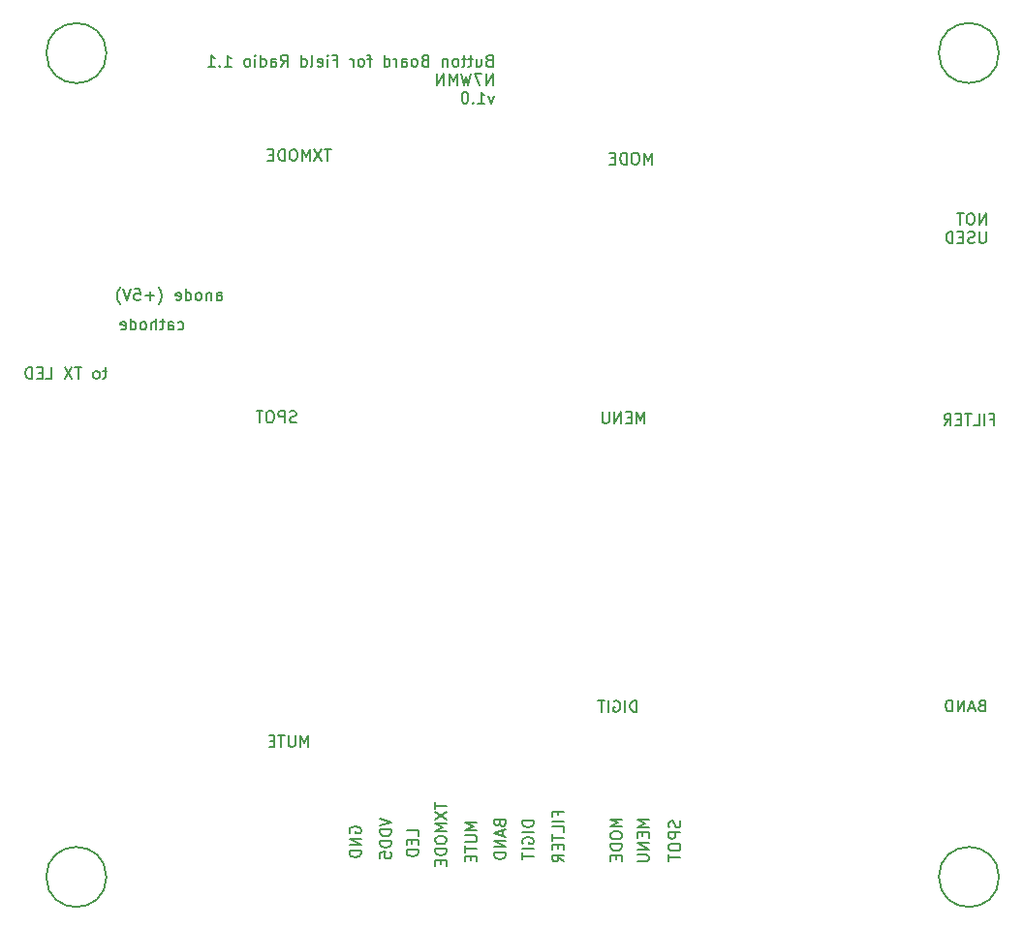
<source format=gbo>
G04 #@! TF.GenerationSoftware,KiCad,Pcbnew,7.0.10*
G04 #@! TF.CreationDate,2025-01-18T09:13:02-08:00*
G04 #@! TF.ProjectId,buttonBoard,62757474-6f6e-4426-9f61-72642e6b6963,rev?*
G04 #@! TF.SameCoordinates,Original*
G04 #@! TF.FileFunction,Legend,Bot*
G04 #@! TF.FilePolarity,Positive*
%FSLAX46Y46*%
G04 Gerber Fmt 4.6, Leading zero omitted, Abs format (unit mm)*
G04 Created by KiCad (PCBNEW 7.0.10) date 2025-01-18 09:13:02*
%MOMM*%
%LPD*%
G01*
G04 APERTURE LIST*
%ADD10C,0.150000*%
%ADD11C,3.200000*%
%ADD12O,3.048000X1.850000*%
%ADD13R,1.700000X1.700000*%
%ADD14O,1.700000X1.700000*%
G04 APERTURE END LIST*
D10*
X123625000Y-44000000D02*
G75*
G03*
X118375000Y-44000000I-2625000J0D01*
G01*
X118375000Y-44000000D02*
G75*
G03*
X123625000Y-44000000I2625000J0D01*
G01*
X201630000Y-116000000D02*
G75*
G03*
X196380000Y-116000000I-2625000J0D01*
G01*
X196380000Y-116000000D02*
G75*
G03*
X201630000Y-116000000I2625000J0D01*
G01*
X201620000Y-43990000D02*
G75*
G03*
X196370000Y-43990000I-2625000J0D01*
G01*
X196370000Y-43990000D02*
G75*
G03*
X201620000Y-43990000I2625000J0D01*
G01*
X123620000Y-116000000D02*
G75*
G03*
X118370000Y-116000000I-2625000J0D01*
G01*
X118370000Y-116000000D02*
G75*
G03*
X123620000Y-116000000I2625000J0D01*
G01*
X152339819Y-109493922D02*
X152339819Y-110065350D01*
X153339819Y-109779636D02*
X152339819Y-109779636D01*
X152339819Y-110303446D02*
X153339819Y-110970112D01*
X152339819Y-110970112D02*
X153339819Y-110303446D01*
X153339819Y-111351065D02*
X152339819Y-111351065D01*
X152339819Y-111351065D02*
X153054104Y-111684398D01*
X153054104Y-111684398D02*
X152339819Y-112017731D01*
X152339819Y-112017731D02*
X153339819Y-112017731D01*
X152339819Y-112684398D02*
X152339819Y-112874874D01*
X152339819Y-112874874D02*
X152387438Y-112970112D01*
X152387438Y-112970112D02*
X152482676Y-113065350D01*
X152482676Y-113065350D02*
X152673152Y-113112969D01*
X152673152Y-113112969D02*
X153006485Y-113112969D01*
X153006485Y-113112969D02*
X153196961Y-113065350D01*
X153196961Y-113065350D02*
X153292200Y-112970112D01*
X153292200Y-112970112D02*
X153339819Y-112874874D01*
X153339819Y-112874874D02*
X153339819Y-112684398D01*
X153339819Y-112684398D02*
X153292200Y-112589160D01*
X153292200Y-112589160D02*
X153196961Y-112493922D01*
X153196961Y-112493922D02*
X153006485Y-112446303D01*
X153006485Y-112446303D02*
X152673152Y-112446303D01*
X152673152Y-112446303D02*
X152482676Y-112493922D01*
X152482676Y-112493922D02*
X152387438Y-112589160D01*
X152387438Y-112589160D02*
X152339819Y-112684398D01*
X153339819Y-113541541D02*
X152339819Y-113541541D01*
X152339819Y-113541541D02*
X152339819Y-113779636D01*
X152339819Y-113779636D02*
X152387438Y-113922493D01*
X152387438Y-113922493D02*
X152482676Y-114017731D01*
X152482676Y-114017731D02*
X152577914Y-114065350D01*
X152577914Y-114065350D02*
X152768390Y-114112969D01*
X152768390Y-114112969D02*
X152911247Y-114112969D01*
X152911247Y-114112969D02*
X153101723Y-114065350D01*
X153101723Y-114065350D02*
X153196961Y-114017731D01*
X153196961Y-114017731D02*
X153292200Y-113922493D01*
X153292200Y-113922493D02*
X153339819Y-113779636D01*
X153339819Y-113779636D02*
X153339819Y-113541541D01*
X152816009Y-114541541D02*
X152816009Y-114874874D01*
X153339819Y-115017731D02*
X153339819Y-114541541D01*
X153339819Y-114541541D02*
X152339819Y-114541541D01*
X152339819Y-114541541D02*
X152339819Y-115017731D01*
X171019819Y-110966779D02*
X170019819Y-110966779D01*
X170019819Y-110966779D02*
X170734104Y-111300112D01*
X170734104Y-111300112D02*
X170019819Y-111633445D01*
X170019819Y-111633445D02*
X171019819Y-111633445D01*
X170496009Y-112109636D02*
X170496009Y-112442969D01*
X171019819Y-112585826D02*
X171019819Y-112109636D01*
X171019819Y-112109636D02*
X170019819Y-112109636D01*
X170019819Y-112109636D02*
X170019819Y-112585826D01*
X171019819Y-113014398D02*
X170019819Y-113014398D01*
X170019819Y-113014398D02*
X171019819Y-113585826D01*
X171019819Y-113585826D02*
X170019819Y-113585826D01*
X170019819Y-114062017D02*
X170829342Y-114062017D01*
X170829342Y-114062017D02*
X170924580Y-114109636D01*
X170924580Y-114109636D02*
X170972200Y-114157255D01*
X170972200Y-114157255D02*
X171019819Y-114252493D01*
X171019819Y-114252493D02*
X171019819Y-114442969D01*
X171019819Y-114442969D02*
X170972200Y-114538207D01*
X170972200Y-114538207D02*
X170924580Y-114585826D01*
X170924580Y-114585826D02*
X170829342Y-114633445D01*
X170829342Y-114633445D02*
X170019819Y-114633445D01*
X171273220Y-53709819D02*
X171273220Y-52709819D01*
X171273220Y-52709819D02*
X170939887Y-53424104D01*
X170939887Y-53424104D02*
X170606554Y-52709819D01*
X170606554Y-52709819D02*
X170606554Y-53709819D01*
X169939887Y-52709819D02*
X169749411Y-52709819D01*
X169749411Y-52709819D02*
X169654173Y-52757438D01*
X169654173Y-52757438D02*
X169558935Y-52852676D01*
X169558935Y-52852676D02*
X169511316Y-53043152D01*
X169511316Y-53043152D02*
X169511316Y-53376485D01*
X169511316Y-53376485D02*
X169558935Y-53566961D01*
X169558935Y-53566961D02*
X169654173Y-53662200D01*
X169654173Y-53662200D02*
X169749411Y-53709819D01*
X169749411Y-53709819D02*
X169939887Y-53709819D01*
X169939887Y-53709819D02*
X170035125Y-53662200D01*
X170035125Y-53662200D02*
X170130363Y-53566961D01*
X170130363Y-53566961D02*
X170177982Y-53376485D01*
X170177982Y-53376485D02*
X170177982Y-53043152D01*
X170177982Y-53043152D02*
X170130363Y-52852676D01*
X170130363Y-52852676D02*
X170035125Y-52757438D01*
X170035125Y-52757438D02*
X169939887Y-52709819D01*
X169082744Y-53709819D02*
X169082744Y-52709819D01*
X169082744Y-52709819D02*
X168844649Y-52709819D01*
X168844649Y-52709819D02*
X168701792Y-52757438D01*
X168701792Y-52757438D02*
X168606554Y-52852676D01*
X168606554Y-52852676D02*
X168558935Y-52947914D01*
X168558935Y-52947914D02*
X168511316Y-53138390D01*
X168511316Y-53138390D02*
X168511316Y-53281247D01*
X168511316Y-53281247D02*
X168558935Y-53471723D01*
X168558935Y-53471723D02*
X168606554Y-53566961D01*
X168606554Y-53566961D02*
X168701792Y-53662200D01*
X168701792Y-53662200D02*
X168844649Y-53709819D01*
X168844649Y-53709819D02*
X169082744Y-53709819D01*
X168082744Y-53186009D02*
X167749411Y-53186009D01*
X167606554Y-53709819D02*
X168082744Y-53709819D01*
X168082744Y-53709819D02*
X168082744Y-52709819D01*
X168082744Y-52709819D02*
X167606554Y-52709819D01*
X157059887Y-44646009D02*
X156917030Y-44693628D01*
X156917030Y-44693628D02*
X156869411Y-44741247D01*
X156869411Y-44741247D02*
X156821792Y-44836485D01*
X156821792Y-44836485D02*
X156821792Y-44979342D01*
X156821792Y-44979342D02*
X156869411Y-45074580D01*
X156869411Y-45074580D02*
X156917030Y-45122200D01*
X156917030Y-45122200D02*
X157012268Y-45169819D01*
X157012268Y-45169819D02*
X157393220Y-45169819D01*
X157393220Y-45169819D02*
X157393220Y-44169819D01*
X157393220Y-44169819D02*
X157059887Y-44169819D01*
X157059887Y-44169819D02*
X156964649Y-44217438D01*
X156964649Y-44217438D02*
X156917030Y-44265057D01*
X156917030Y-44265057D02*
X156869411Y-44360295D01*
X156869411Y-44360295D02*
X156869411Y-44455533D01*
X156869411Y-44455533D02*
X156917030Y-44550771D01*
X156917030Y-44550771D02*
X156964649Y-44598390D01*
X156964649Y-44598390D02*
X157059887Y-44646009D01*
X157059887Y-44646009D02*
X157393220Y-44646009D01*
X155964649Y-44503152D02*
X155964649Y-45169819D01*
X156393220Y-44503152D02*
X156393220Y-45026961D01*
X156393220Y-45026961D02*
X156345601Y-45122200D01*
X156345601Y-45122200D02*
X156250363Y-45169819D01*
X156250363Y-45169819D02*
X156107506Y-45169819D01*
X156107506Y-45169819D02*
X156012268Y-45122200D01*
X156012268Y-45122200D02*
X155964649Y-45074580D01*
X155631315Y-44503152D02*
X155250363Y-44503152D01*
X155488458Y-44169819D02*
X155488458Y-45026961D01*
X155488458Y-45026961D02*
X155440839Y-45122200D01*
X155440839Y-45122200D02*
X155345601Y-45169819D01*
X155345601Y-45169819D02*
X155250363Y-45169819D01*
X155059886Y-44503152D02*
X154678934Y-44503152D01*
X154917029Y-44169819D02*
X154917029Y-45026961D01*
X154917029Y-45026961D02*
X154869410Y-45122200D01*
X154869410Y-45122200D02*
X154774172Y-45169819D01*
X154774172Y-45169819D02*
X154678934Y-45169819D01*
X154202743Y-45169819D02*
X154297981Y-45122200D01*
X154297981Y-45122200D02*
X154345600Y-45074580D01*
X154345600Y-45074580D02*
X154393219Y-44979342D01*
X154393219Y-44979342D02*
X154393219Y-44693628D01*
X154393219Y-44693628D02*
X154345600Y-44598390D01*
X154345600Y-44598390D02*
X154297981Y-44550771D01*
X154297981Y-44550771D02*
X154202743Y-44503152D01*
X154202743Y-44503152D02*
X154059886Y-44503152D01*
X154059886Y-44503152D02*
X153964648Y-44550771D01*
X153964648Y-44550771D02*
X153917029Y-44598390D01*
X153917029Y-44598390D02*
X153869410Y-44693628D01*
X153869410Y-44693628D02*
X153869410Y-44979342D01*
X153869410Y-44979342D02*
X153917029Y-45074580D01*
X153917029Y-45074580D02*
X153964648Y-45122200D01*
X153964648Y-45122200D02*
X154059886Y-45169819D01*
X154059886Y-45169819D02*
X154202743Y-45169819D01*
X153440838Y-44503152D02*
X153440838Y-45169819D01*
X153440838Y-44598390D02*
X153393219Y-44550771D01*
X153393219Y-44550771D02*
X153297981Y-44503152D01*
X153297981Y-44503152D02*
X153155124Y-44503152D01*
X153155124Y-44503152D02*
X153059886Y-44550771D01*
X153059886Y-44550771D02*
X153012267Y-44646009D01*
X153012267Y-44646009D02*
X153012267Y-45169819D01*
X151440838Y-44646009D02*
X151297981Y-44693628D01*
X151297981Y-44693628D02*
X151250362Y-44741247D01*
X151250362Y-44741247D02*
X151202743Y-44836485D01*
X151202743Y-44836485D02*
X151202743Y-44979342D01*
X151202743Y-44979342D02*
X151250362Y-45074580D01*
X151250362Y-45074580D02*
X151297981Y-45122200D01*
X151297981Y-45122200D02*
X151393219Y-45169819D01*
X151393219Y-45169819D02*
X151774171Y-45169819D01*
X151774171Y-45169819D02*
X151774171Y-44169819D01*
X151774171Y-44169819D02*
X151440838Y-44169819D01*
X151440838Y-44169819D02*
X151345600Y-44217438D01*
X151345600Y-44217438D02*
X151297981Y-44265057D01*
X151297981Y-44265057D02*
X151250362Y-44360295D01*
X151250362Y-44360295D02*
X151250362Y-44455533D01*
X151250362Y-44455533D02*
X151297981Y-44550771D01*
X151297981Y-44550771D02*
X151345600Y-44598390D01*
X151345600Y-44598390D02*
X151440838Y-44646009D01*
X151440838Y-44646009D02*
X151774171Y-44646009D01*
X150631314Y-45169819D02*
X150726552Y-45122200D01*
X150726552Y-45122200D02*
X150774171Y-45074580D01*
X150774171Y-45074580D02*
X150821790Y-44979342D01*
X150821790Y-44979342D02*
X150821790Y-44693628D01*
X150821790Y-44693628D02*
X150774171Y-44598390D01*
X150774171Y-44598390D02*
X150726552Y-44550771D01*
X150726552Y-44550771D02*
X150631314Y-44503152D01*
X150631314Y-44503152D02*
X150488457Y-44503152D01*
X150488457Y-44503152D02*
X150393219Y-44550771D01*
X150393219Y-44550771D02*
X150345600Y-44598390D01*
X150345600Y-44598390D02*
X150297981Y-44693628D01*
X150297981Y-44693628D02*
X150297981Y-44979342D01*
X150297981Y-44979342D02*
X150345600Y-45074580D01*
X150345600Y-45074580D02*
X150393219Y-45122200D01*
X150393219Y-45122200D02*
X150488457Y-45169819D01*
X150488457Y-45169819D02*
X150631314Y-45169819D01*
X149440838Y-45169819D02*
X149440838Y-44646009D01*
X149440838Y-44646009D02*
X149488457Y-44550771D01*
X149488457Y-44550771D02*
X149583695Y-44503152D01*
X149583695Y-44503152D02*
X149774171Y-44503152D01*
X149774171Y-44503152D02*
X149869409Y-44550771D01*
X149440838Y-45122200D02*
X149536076Y-45169819D01*
X149536076Y-45169819D02*
X149774171Y-45169819D01*
X149774171Y-45169819D02*
X149869409Y-45122200D01*
X149869409Y-45122200D02*
X149917028Y-45026961D01*
X149917028Y-45026961D02*
X149917028Y-44931723D01*
X149917028Y-44931723D02*
X149869409Y-44836485D01*
X149869409Y-44836485D02*
X149774171Y-44788866D01*
X149774171Y-44788866D02*
X149536076Y-44788866D01*
X149536076Y-44788866D02*
X149440838Y-44741247D01*
X148964647Y-45169819D02*
X148964647Y-44503152D01*
X148964647Y-44693628D02*
X148917028Y-44598390D01*
X148917028Y-44598390D02*
X148869409Y-44550771D01*
X148869409Y-44550771D02*
X148774171Y-44503152D01*
X148774171Y-44503152D02*
X148678933Y-44503152D01*
X147917028Y-45169819D02*
X147917028Y-44169819D01*
X147917028Y-45122200D02*
X148012266Y-45169819D01*
X148012266Y-45169819D02*
X148202742Y-45169819D01*
X148202742Y-45169819D02*
X148297980Y-45122200D01*
X148297980Y-45122200D02*
X148345599Y-45074580D01*
X148345599Y-45074580D02*
X148393218Y-44979342D01*
X148393218Y-44979342D02*
X148393218Y-44693628D01*
X148393218Y-44693628D02*
X148345599Y-44598390D01*
X148345599Y-44598390D02*
X148297980Y-44550771D01*
X148297980Y-44550771D02*
X148202742Y-44503152D01*
X148202742Y-44503152D02*
X148012266Y-44503152D01*
X148012266Y-44503152D02*
X147917028Y-44550771D01*
X146821789Y-44503152D02*
X146440837Y-44503152D01*
X146678932Y-45169819D02*
X146678932Y-44312676D01*
X146678932Y-44312676D02*
X146631313Y-44217438D01*
X146631313Y-44217438D02*
X146536075Y-44169819D01*
X146536075Y-44169819D02*
X146440837Y-44169819D01*
X145964646Y-45169819D02*
X146059884Y-45122200D01*
X146059884Y-45122200D02*
X146107503Y-45074580D01*
X146107503Y-45074580D02*
X146155122Y-44979342D01*
X146155122Y-44979342D02*
X146155122Y-44693628D01*
X146155122Y-44693628D02*
X146107503Y-44598390D01*
X146107503Y-44598390D02*
X146059884Y-44550771D01*
X146059884Y-44550771D02*
X145964646Y-44503152D01*
X145964646Y-44503152D02*
X145821789Y-44503152D01*
X145821789Y-44503152D02*
X145726551Y-44550771D01*
X145726551Y-44550771D02*
X145678932Y-44598390D01*
X145678932Y-44598390D02*
X145631313Y-44693628D01*
X145631313Y-44693628D02*
X145631313Y-44979342D01*
X145631313Y-44979342D02*
X145678932Y-45074580D01*
X145678932Y-45074580D02*
X145726551Y-45122200D01*
X145726551Y-45122200D02*
X145821789Y-45169819D01*
X145821789Y-45169819D02*
X145964646Y-45169819D01*
X145202741Y-45169819D02*
X145202741Y-44503152D01*
X145202741Y-44693628D02*
X145155122Y-44598390D01*
X145155122Y-44598390D02*
X145107503Y-44550771D01*
X145107503Y-44550771D02*
X145012265Y-44503152D01*
X145012265Y-44503152D02*
X144917027Y-44503152D01*
X143488455Y-44646009D02*
X143821788Y-44646009D01*
X143821788Y-45169819D02*
X143821788Y-44169819D01*
X143821788Y-44169819D02*
X143345598Y-44169819D01*
X142964645Y-45169819D02*
X142964645Y-44503152D01*
X142964645Y-44169819D02*
X143012264Y-44217438D01*
X143012264Y-44217438D02*
X142964645Y-44265057D01*
X142964645Y-44265057D02*
X142917026Y-44217438D01*
X142917026Y-44217438D02*
X142964645Y-44169819D01*
X142964645Y-44169819D02*
X142964645Y-44265057D01*
X142107503Y-45122200D02*
X142202741Y-45169819D01*
X142202741Y-45169819D02*
X142393217Y-45169819D01*
X142393217Y-45169819D02*
X142488455Y-45122200D01*
X142488455Y-45122200D02*
X142536074Y-45026961D01*
X142536074Y-45026961D02*
X142536074Y-44646009D01*
X142536074Y-44646009D02*
X142488455Y-44550771D01*
X142488455Y-44550771D02*
X142393217Y-44503152D01*
X142393217Y-44503152D02*
X142202741Y-44503152D01*
X142202741Y-44503152D02*
X142107503Y-44550771D01*
X142107503Y-44550771D02*
X142059884Y-44646009D01*
X142059884Y-44646009D02*
X142059884Y-44741247D01*
X142059884Y-44741247D02*
X142536074Y-44836485D01*
X141488455Y-45169819D02*
X141583693Y-45122200D01*
X141583693Y-45122200D02*
X141631312Y-45026961D01*
X141631312Y-45026961D02*
X141631312Y-44169819D01*
X140678931Y-45169819D02*
X140678931Y-44169819D01*
X140678931Y-45122200D02*
X140774169Y-45169819D01*
X140774169Y-45169819D02*
X140964645Y-45169819D01*
X140964645Y-45169819D02*
X141059883Y-45122200D01*
X141059883Y-45122200D02*
X141107502Y-45074580D01*
X141107502Y-45074580D02*
X141155121Y-44979342D01*
X141155121Y-44979342D02*
X141155121Y-44693628D01*
X141155121Y-44693628D02*
X141107502Y-44598390D01*
X141107502Y-44598390D02*
X141059883Y-44550771D01*
X141059883Y-44550771D02*
X140964645Y-44503152D01*
X140964645Y-44503152D02*
X140774169Y-44503152D01*
X140774169Y-44503152D02*
X140678931Y-44550771D01*
X138869407Y-45169819D02*
X139202740Y-44693628D01*
X139440835Y-45169819D02*
X139440835Y-44169819D01*
X139440835Y-44169819D02*
X139059883Y-44169819D01*
X139059883Y-44169819D02*
X138964645Y-44217438D01*
X138964645Y-44217438D02*
X138917026Y-44265057D01*
X138917026Y-44265057D02*
X138869407Y-44360295D01*
X138869407Y-44360295D02*
X138869407Y-44503152D01*
X138869407Y-44503152D02*
X138917026Y-44598390D01*
X138917026Y-44598390D02*
X138964645Y-44646009D01*
X138964645Y-44646009D02*
X139059883Y-44693628D01*
X139059883Y-44693628D02*
X139440835Y-44693628D01*
X138012264Y-45169819D02*
X138012264Y-44646009D01*
X138012264Y-44646009D02*
X138059883Y-44550771D01*
X138059883Y-44550771D02*
X138155121Y-44503152D01*
X138155121Y-44503152D02*
X138345597Y-44503152D01*
X138345597Y-44503152D02*
X138440835Y-44550771D01*
X138012264Y-45122200D02*
X138107502Y-45169819D01*
X138107502Y-45169819D02*
X138345597Y-45169819D01*
X138345597Y-45169819D02*
X138440835Y-45122200D01*
X138440835Y-45122200D02*
X138488454Y-45026961D01*
X138488454Y-45026961D02*
X138488454Y-44931723D01*
X138488454Y-44931723D02*
X138440835Y-44836485D01*
X138440835Y-44836485D02*
X138345597Y-44788866D01*
X138345597Y-44788866D02*
X138107502Y-44788866D01*
X138107502Y-44788866D02*
X138012264Y-44741247D01*
X137107502Y-45169819D02*
X137107502Y-44169819D01*
X137107502Y-45122200D02*
X137202740Y-45169819D01*
X137202740Y-45169819D02*
X137393216Y-45169819D01*
X137393216Y-45169819D02*
X137488454Y-45122200D01*
X137488454Y-45122200D02*
X137536073Y-45074580D01*
X137536073Y-45074580D02*
X137583692Y-44979342D01*
X137583692Y-44979342D02*
X137583692Y-44693628D01*
X137583692Y-44693628D02*
X137536073Y-44598390D01*
X137536073Y-44598390D02*
X137488454Y-44550771D01*
X137488454Y-44550771D02*
X137393216Y-44503152D01*
X137393216Y-44503152D02*
X137202740Y-44503152D01*
X137202740Y-44503152D02*
X137107502Y-44550771D01*
X136631311Y-45169819D02*
X136631311Y-44503152D01*
X136631311Y-44169819D02*
X136678930Y-44217438D01*
X136678930Y-44217438D02*
X136631311Y-44265057D01*
X136631311Y-44265057D02*
X136583692Y-44217438D01*
X136583692Y-44217438D02*
X136631311Y-44169819D01*
X136631311Y-44169819D02*
X136631311Y-44265057D01*
X136012264Y-45169819D02*
X136107502Y-45122200D01*
X136107502Y-45122200D02*
X136155121Y-45074580D01*
X136155121Y-45074580D02*
X136202740Y-44979342D01*
X136202740Y-44979342D02*
X136202740Y-44693628D01*
X136202740Y-44693628D02*
X136155121Y-44598390D01*
X136155121Y-44598390D02*
X136107502Y-44550771D01*
X136107502Y-44550771D02*
X136012264Y-44503152D01*
X136012264Y-44503152D02*
X135869407Y-44503152D01*
X135869407Y-44503152D02*
X135774169Y-44550771D01*
X135774169Y-44550771D02*
X135726550Y-44598390D01*
X135726550Y-44598390D02*
X135678931Y-44693628D01*
X135678931Y-44693628D02*
X135678931Y-44979342D01*
X135678931Y-44979342D02*
X135726550Y-45074580D01*
X135726550Y-45074580D02*
X135774169Y-45122200D01*
X135774169Y-45122200D02*
X135869407Y-45169819D01*
X135869407Y-45169819D02*
X136012264Y-45169819D01*
X133964645Y-45169819D02*
X134536073Y-45169819D01*
X134250359Y-45169819D02*
X134250359Y-44169819D01*
X134250359Y-44169819D02*
X134345597Y-44312676D01*
X134345597Y-44312676D02*
X134440835Y-44407914D01*
X134440835Y-44407914D02*
X134536073Y-44455533D01*
X133536073Y-45074580D02*
X133488454Y-45122200D01*
X133488454Y-45122200D02*
X133536073Y-45169819D01*
X133536073Y-45169819D02*
X133583692Y-45122200D01*
X133583692Y-45122200D02*
X133536073Y-45074580D01*
X133536073Y-45074580D02*
X133536073Y-45169819D01*
X132536074Y-45169819D02*
X133107502Y-45169819D01*
X132821788Y-45169819D02*
X132821788Y-44169819D01*
X132821788Y-44169819D02*
X132917026Y-44312676D01*
X132917026Y-44312676D02*
X133012264Y-44407914D01*
X133012264Y-44407914D02*
X133107502Y-44455533D01*
X157393220Y-46779819D02*
X157393220Y-45779819D01*
X157393220Y-45779819D02*
X156821792Y-46779819D01*
X156821792Y-46779819D02*
X156821792Y-45779819D01*
X156440839Y-45779819D02*
X155774173Y-45779819D01*
X155774173Y-45779819D02*
X156202744Y-46779819D01*
X155488458Y-45779819D02*
X155250363Y-46779819D01*
X155250363Y-46779819D02*
X155059887Y-46065533D01*
X155059887Y-46065533D02*
X154869411Y-46779819D01*
X154869411Y-46779819D02*
X154631316Y-45779819D01*
X154250363Y-46779819D02*
X154250363Y-45779819D01*
X154250363Y-45779819D02*
X153917030Y-46494104D01*
X153917030Y-46494104D02*
X153583697Y-45779819D01*
X153583697Y-45779819D02*
X153583697Y-46779819D01*
X153107506Y-46779819D02*
X153107506Y-45779819D01*
X153107506Y-45779819D02*
X152536078Y-46779819D01*
X152536078Y-46779819D02*
X152536078Y-45779819D01*
X157488458Y-47723152D02*
X157250363Y-48389819D01*
X157250363Y-48389819D02*
X157012268Y-47723152D01*
X156107506Y-48389819D02*
X156678934Y-48389819D01*
X156393220Y-48389819D02*
X156393220Y-47389819D01*
X156393220Y-47389819D02*
X156488458Y-47532676D01*
X156488458Y-47532676D02*
X156583696Y-47627914D01*
X156583696Y-47627914D02*
X156678934Y-47675533D01*
X155678934Y-48294580D02*
X155631315Y-48342200D01*
X155631315Y-48342200D02*
X155678934Y-48389819D01*
X155678934Y-48389819D02*
X155726553Y-48342200D01*
X155726553Y-48342200D02*
X155678934Y-48294580D01*
X155678934Y-48294580D02*
X155678934Y-48389819D01*
X155012268Y-47389819D02*
X154917030Y-47389819D01*
X154917030Y-47389819D02*
X154821792Y-47437438D01*
X154821792Y-47437438D02*
X154774173Y-47485057D01*
X154774173Y-47485057D02*
X154726554Y-47580295D01*
X154726554Y-47580295D02*
X154678935Y-47770771D01*
X154678935Y-47770771D02*
X154678935Y-48008866D01*
X154678935Y-48008866D02*
X154726554Y-48199342D01*
X154726554Y-48199342D02*
X154774173Y-48294580D01*
X154774173Y-48294580D02*
X154821792Y-48342200D01*
X154821792Y-48342200D02*
X154917030Y-48389819D01*
X154917030Y-48389819D02*
X155012268Y-48389819D01*
X155012268Y-48389819D02*
X155107506Y-48342200D01*
X155107506Y-48342200D02*
X155155125Y-48294580D01*
X155155125Y-48294580D02*
X155202744Y-48199342D01*
X155202744Y-48199342D02*
X155250363Y-48008866D01*
X155250363Y-48008866D02*
X155250363Y-47770771D01*
X155250363Y-47770771D02*
X155202744Y-47580295D01*
X155202744Y-47580295D02*
X155155125Y-47485057D01*
X155155125Y-47485057D02*
X155107506Y-47437438D01*
X155107506Y-47437438D02*
X155012268Y-47389819D01*
X144917438Y-112160588D02*
X144869819Y-112065350D01*
X144869819Y-112065350D02*
X144869819Y-111922493D01*
X144869819Y-111922493D02*
X144917438Y-111779636D01*
X144917438Y-111779636D02*
X145012676Y-111684398D01*
X145012676Y-111684398D02*
X145107914Y-111636779D01*
X145107914Y-111636779D02*
X145298390Y-111589160D01*
X145298390Y-111589160D02*
X145441247Y-111589160D01*
X145441247Y-111589160D02*
X145631723Y-111636779D01*
X145631723Y-111636779D02*
X145726961Y-111684398D01*
X145726961Y-111684398D02*
X145822200Y-111779636D01*
X145822200Y-111779636D02*
X145869819Y-111922493D01*
X145869819Y-111922493D02*
X145869819Y-112017731D01*
X145869819Y-112017731D02*
X145822200Y-112160588D01*
X145822200Y-112160588D02*
X145774580Y-112208207D01*
X145774580Y-112208207D02*
X145441247Y-112208207D01*
X145441247Y-112208207D02*
X145441247Y-112017731D01*
X145869819Y-112636779D02*
X144869819Y-112636779D01*
X144869819Y-112636779D02*
X145869819Y-113208207D01*
X145869819Y-113208207D02*
X144869819Y-113208207D01*
X145869819Y-113684398D02*
X144869819Y-113684398D01*
X144869819Y-113684398D02*
X144869819Y-113922493D01*
X144869819Y-113922493D02*
X144917438Y-114065350D01*
X144917438Y-114065350D02*
X145012676Y-114160588D01*
X145012676Y-114160588D02*
X145107914Y-114208207D01*
X145107914Y-114208207D02*
X145298390Y-114255826D01*
X145298390Y-114255826D02*
X145441247Y-114255826D01*
X145441247Y-114255826D02*
X145631723Y-114208207D01*
X145631723Y-114208207D02*
X145726961Y-114160588D01*
X145726961Y-114160588D02*
X145822200Y-114065350D01*
X145822200Y-114065350D02*
X145869819Y-113922493D01*
X145869819Y-113922493D02*
X145869819Y-113684398D01*
X129874649Y-68122200D02*
X129969887Y-68169819D01*
X129969887Y-68169819D02*
X130160363Y-68169819D01*
X130160363Y-68169819D02*
X130255601Y-68122200D01*
X130255601Y-68122200D02*
X130303220Y-68074580D01*
X130303220Y-68074580D02*
X130350839Y-67979342D01*
X130350839Y-67979342D02*
X130350839Y-67693628D01*
X130350839Y-67693628D02*
X130303220Y-67598390D01*
X130303220Y-67598390D02*
X130255601Y-67550771D01*
X130255601Y-67550771D02*
X130160363Y-67503152D01*
X130160363Y-67503152D02*
X129969887Y-67503152D01*
X129969887Y-67503152D02*
X129874649Y-67550771D01*
X129017506Y-68169819D02*
X129017506Y-67646009D01*
X129017506Y-67646009D02*
X129065125Y-67550771D01*
X129065125Y-67550771D02*
X129160363Y-67503152D01*
X129160363Y-67503152D02*
X129350839Y-67503152D01*
X129350839Y-67503152D02*
X129446077Y-67550771D01*
X129017506Y-68122200D02*
X129112744Y-68169819D01*
X129112744Y-68169819D02*
X129350839Y-68169819D01*
X129350839Y-68169819D02*
X129446077Y-68122200D01*
X129446077Y-68122200D02*
X129493696Y-68026961D01*
X129493696Y-68026961D02*
X129493696Y-67931723D01*
X129493696Y-67931723D02*
X129446077Y-67836485D01*
X129446077Y-67836485D02*
X129350839Y-67788866D01*
X129350839Y-67788866D02*
X129112744Y-67788866D01*
X129112744Y-67788866D02*
X129017506Y-67741247D01*
X128684172Y-67503152D02*
X128303220Y-67503152D01*
X128541315Y-67169819D02*
X128541315Y-68026961D01*
X128541315Y-68026961D02*
X128493696Y-68122200D01*
X128493696Y-68122200D02*
X128398458Y-68169819D01*
X128398458Y-68169819D02*
X128303220Y-68169819D01*
X127969886Y-68169819D02*
X127969886Y-67169819D01*
X127541315Y-68169819D02*
X127541315Y-67646009D01*
X127541315Y-67646009D02*
X127588934Y-67550771D01*
X127588934Y-67550771D02*
X127684172Y-67503152D01*
X127684172Y-67503152D02*
X127827029Y-67503152D01*
X127827029Y-67503152D02*
X127922267Y-67550771D01*
X127922267Y-67550771D02*
X127969886Y-67598390D01*
X126922267Y-68169819D02*
X127017505Y-68122200D01*
X127017505Y-68122200D02*
X127065124Y-68074580D01*
X127065124Y-68074580D02*
X127112743Y-67979342D01*
X127112743Y-67979342D02*
X127112743Y-67693628D01*
X127112743Y-67693628D02*
X127065124Y-67598390D01*
X127065124Y-67598390D02*
X127017505Y-67550771D01*
X127017505Y-67550771D02*
X126922267Y-67503152D01*
X126922267Y-67503152D02*
X126779410Y-67503152D01*
X126779410Y-67503152D02*
X126684172Y-67550771D01*
X126684172Y-67550771D02*
X126636553Y-67598390D01*
X126636553Y-67598390D02*
X126588934Y-67693628D01*
X126588934Y-67693628D02*
X126588934Y-67979342D01*
X126588934Y-67979342D02*
X126636553Y-68074580D01*
X126636553Y-68074580D02*
X126684172Y-68122200D01*
X126684172Y-68122200D02*
X126779410Y-68169819D01*
X126779410Y-68169819D02*
X126922267Y-68169819D01*
X125731791Y-68169819D02*
X125731791Y-67169819D01*
X125731791Y-68122200D02*
X125827029Y-68169819D01*
X125827029Y-68169819D02*
X126017505Y-68169819D01*
X126017505Y-68169819D02*
X126112743Y-68122200D01*
X126112743Y-68122200D02*
X126160362Y-68074580D01*
X126160362Y-68074580D02*
X126207981Y-67979342D01*
X126207981Y-67979342D02*
X126207981Y-67693628D01*
X126207981Y-67693628D02*
X126160362Y-67598390D01*
X126160362Y-67598390D02*
X126112743Y-67550771D01*
X126112743Y-67550771D02*
X126017505Y-67503152D01*
X126017505Y-67503152D02*
X125827029Y-67503152D01*
X125827029Y-67503152D02*
X125731791Y-67550771D01*
X124874648Y-68122200D02*
X124969886Y-68169819D01*
X124969886Y-68169819D02*
X125160362Y-68169819D01*
X125160362Y-68169819D02*
X125255600Y-68122200D01*
X125255600Y-68122200D02*
X125303219Y-68026961D01*
X125303219Y-68026961D02*
X125303219Y-67646009D01*
X125303219Y-67646009D02*
X125255600Y-67550771D01*
X125255600Y-67550771D02*
X125160362Y-67503152D01*
X125160362Y-67503152D02*
X124969886Y-67503152D01*
X124969886Y-67503152D02*
X124874648Y-67550771D01*
X124874648Y-67550771D02*
X124827029Y-67646009D01*
X124827029Y-67646009D02*
X124827029Y-67741247D01*
X124827029Y-67741247D02*
X125303219Y-67836485D01*
X169973220Y-101579819D02*
X169973220Y-100579819D01*
X169973220Y-100579819D02*
X169735125Y-100579819D01*
X169735125Y-100579819D02*
X169592268Y-100627438D01*
X169592268Y-100627438D02*
X169497030Y-100722676D01*
X169497030Y-100722676D02*
X169449411Y-100817914D01*
X169449411Y-100817914D02*
X169401792Y-101008390D01*
X169401792Y-101008390D02*
X169401792Y-101151247D01*
X169401792Y-101151247D02*
X169449411Y-101341723D01*
X169449411Y-101341723D02*
X169497030Y-101436961D01*
X169497030Y-101436961D02*
X169592268Y-101532200D01*
X169592268Y-101532200D02*
X169735125Y-101579819D01*
X169735125Y-101579819D02*
X169973220Y-101579819D01*
X168973220Y-101579819D02*
X168973220Y-100579819D01*
X167973221Y-100627438D02*
X168068459Y-100579819D01*
X168068459Y-100579819D02*
X168211316Y-100579819D01*
X168211316Y-100579819D02*
X168354173Y-100627438D01*
X168354173Y-100627438D02*
X168449411Y-100722676D01*
X168449411Y-100722676D02*
X168497030Y-100817914D01*
X168497030Y-100817914D02*
X168544649Y-101008390D01*
X168544649Y-101008390D02*
X168544649Y-101151247D01*
X168544649Y-101151247D02*
X168497030Y-101341723D01*
X168497030Y-101341723D02*
X168449411Y-101436961D01*
X168449411Y-101436961D02*
X168354173Y-101532200D01*
X168354173Y-101532200D02*
X168211316Y-101579819D01*
X168211316Y-101579819D02*
X168116078Y-101579819D01*
X168116078Y-101579819D02*
X167973221Y-101532200D01*
X167973221Y-101532200D02*
X167925602Y-101484580D01*
X167925602Y-101484580D02*
X167925602Y-101151247D01*
X167925602Y-101151247D02*
X168116078Y-101151247D01*
X167497030Y-101579819D02*
X167497030Y-100579819D01*
X167163697Y-100579819D02*
X166592269Y-100579819D01*
X166877983Y-101579819D02*
X166877983Y-100579819D01*
X147519819Y-110863922D02*
X148519819Y-111197255D01*
X148519819Y-111197255D02*
X147519819Y-111530588D01*
X148519819Y-111863922D02*
X147519819Y-111863922D01*
X147519819Y-111863922D02*
X147519819Y-112102017D01*
X147519819Y-112102017D02*
X147567438Y-112244874D01*
X147567438Y-112244874D02*
X147662676Y-112340112D01*
X147662676Y-112340112D02*
X147757914Y-112387731D01*
X147757914Y-112387731D02*
X147948390Y-112435350D01*
X147948390Y-112435350D02*
X148091247Y-112435350D01*
X148091247Y-112435350D02*
X148281723Y-112387731D01*
X148281723Y-112387731D02*
X148376961Y-112340112D01*
X148376961Y-112340112D02*
X148472200Y-112244874D01*
X148472200Y-112244874D02*
X148519819Y-112102017D01*
X148519819Y-112102017D02*
X148519819Y-111863922D01*
X148519819Y-112863922D02*
X147519819Y-112863922D01*
X147519819Y-112863922D02*
X147519819Y-113102017D01*
X147519819Y-113102017D02*
X147567438Y-113244874D01*
X147567438Y-113244874D02*
X147662676Y-113340112D01*
X147662676Y-113340112D02*
X147757914Y-113387731D01*
X147757914Y-113387731D02*
X147948390Y-113435350D01*
X147948390Y-113435350D02*
X148091247Y-113435350D01*
X148091247Y-113435350D02*
X148281723Y-113387731D01*
X148281723Y-113387731D02*
X148376961Y-113340112D01*
X148376961Y-113340112D02*
X148472200Y-113244874D01*
X148472200Y-113244874D02*
X148519819Y-113102017D01*
X148519819Y-113102017D02*
X148519819Y-112863922D01*
X147519819Y-114340112D02*
X147519819Y-113863922D01*
X147519819Y-113863922D02*
X147996009Y-113816303D01*
X147996009Y-113816303D02*
X147948390Y-113863922D01*
X147948390Y-113863922D02*
X147900771Y-113959160D01*
X147900771Y-113959160D02*
X147900771Y-114197255D01*
X147900771Y-114197255D02*
X147948390Y-114292493D01*
X147948390Y-114292493D02*
X147996009Y-114340112D01*
X147996009Y-114340112D02*
X148091247Y-114387731D01*
X148091247Y-114387731D02*
X148329342Y-114387731D01*
X148329342Y-114387731D02*
X148424580Y-114340112D01*
X148424580Y-114340112D02*
X148472200Y-114292493D01*
X148472200Y-114292493D02*
X148519819Y-114197255D01*
X148519819Y-114197255D02*
X148519819Y-113959160D01*
X148519819Y-113959160D02*
X148472200Y-113863922D01*
X148472200Y-113863922D02*
X148424580Y-113816303D01*
X200889887Y-76006009D02*
X201223220Y-76006009D01*
X201223220Y-76529819D02*
X201223220Y-75529819D01*
X201223220Y-75529819D02*
X200747030Y-75529819D01*
X200366077Y-76529819D02*
X200366077Y-75529819D01*
X199413697Y-76529819D02*
X199889887Y-76529819D01*
X199889887Y-76529819D02*
X199889887Y-75529819D01*
X199223220Y-75529819D02*
X198651792Y-75529819D01*
X198937506Y-76529819D02*
X198937506Y-75529819D01*
X198318458Y-76006009D02*
X197985125Y-76006009D01*
X197842268Y-76529819D02*
X198318458Y-76529819D01*
X198318458Y-76529819D02*
X198318458Y-75529819D01*
X198318458Y-75529819D02*
X197842268Y-75529819D01*
X196842268Y-76529819D02*
X197175601Y-76053628D01*
X197413696Y-76529819D02*
X197413696Y-75529819D01*
X197413696Y-75529819D02*
X197032744Y-75529819D01*
X197032744Y-75529819D02*
X196937506Y-75577438D01*
X196937506Y-75577438D02*
X196889887Y-75625057D01*
X196889887Y-75625057D02*
X196842268Y-75720295D01*
X196842268Y-75720295D02*
X196842268Y-75863152D01*
X196842268Y-75863152D02*
X196889887Y-75958390D01*
X196889887Y-75958390D02*
X196937506Y-76006009D01*
X196937506Y-76006009D02*
X197032744Y-76053628D01*
X197032744Y-76053628D02*
X197413696Y-76053628D01*
X143246077Y-52399819D02*
X142674649Y-52399819D01*
X142960363Y-53399819D02*
X142960363Y-52399819D01*
X142436553Y-52399819D02*
X141769887Y-53399819D01*
X141769887Y-52399819D02*
X142436553Y-53399819D01*
X141388934Y-53399819D02*
X141388934Y-52399819D01*
X141388934Y-52399819D02*
X141055601Y-53114104D01*
X141055601Y-53114104D02*
X140722268Y-52399819D01*
X140722268Y-52399819D02*
X140722268Y-53399819D01*
X140055601Y-52399819D02*
X139865125Y-52399819D01*
X139865125Y-52399819D02*
X139769887Y-52447438D01*
X139769887Y-52447438D02*
X139674649Y-52542676D01*
X139674649Y-52542676D02*
X139627030Y-52733152D01*
X139627030Y-52733152D02*
X139627030Y-53066485D01*
X139627030Y-53066485D02*
X139674649Y-53256961D01*
X139674649Y-53256961D02*
X139769887Y-53352200D01*
X139769887Y-53352200D02*
X139865125Y-53399819D01*
X139865125Y-53399819D02*
X140055601Y-53399819D01*
X140055601Y-53399819D02*
X140150839Y-53352200D01*
X140150839Y-53352200D02*
X140246077Y-53256961D01*
X140246077Y-53256961D02*
X140293696Y-53066485D01*
X140293696Y-53066485D02*
X140293696Y-52733152D01*
X140293696Y-52733152D02*
X140246077Y-52542676D01*
X140246077Y-52542676D02*
X140150839Y-52447438D01*
X140150839Y-52447438D02*
X140055601Y-52399819D01*
X139198458Y-53399819D02*
X139198458Y-52399819D01*
X139198458Y-52399819D02*
X138960363Y-52399819D01*
X138960363Y-52399819D02*
X138817506Y-52447438D01*
X138817506Y-52447438D02*
X138722268Y-52542676D01*
X138722268Y-52542676D02*
X138674649Y-52637914D01*
X138674649Y-52637914D02*
X138627030Y-52828390D01*
X138627030Y-52828390D02*
X138627030Y-52971247D01*
X138627030Y-52971247D02*
X138674649Y-53161723D01*
X138674649Y-53161723D02*
X138722268Y-53256961D01*
X138722268Y-53256961D02*
X138817506Y-53352200D01*
X138817506Y-53352200D02*
X138960363Y-53399819D01*
X138960363Y-53399819D02*
X139198458Y-53399819D01*
X138198458Y-52876009D02*
X137865125Y-52876009D01*
X137722268Y-53399819D02*
X138198458Y-53399819D01*
X138198458Y-53399819D02*
X138198458Y-52399819D01*
X138198458Y-52399819D02*
X137722268Y-52399819D01*
X155999819Y-111226779D02*
X154999819Y-111226779D01*
X154999819Y-111226779D02*
X155714104Y-111560112D01*
X155714104Y-111560112D02*
X154999819Y-111893445D01*
X154999819Y-111893445D02*
X155999819Y-111893445D01*
X154999819Y-112369636D02*
X155809342Y-112369636D01*
X155809342Y-112369636D02*
X155904580Y-112417255D01*
X155904580Y-112417255D02*
X155952200Y-112464874D01*
X155952200Y-112464874D02*
X155999819Y-112560112D01*
X155999819Y-112560112D02*
X155999819Y-112750588D01*
X155999819Y-112750588D02*
X155952200Y-112845826D01*
X155952200Y-112845826D02*
X155904580Y-112893445D01*
X155904580Y-112893445D02*
X155809342Y-112941064D01*
X155809342Y-112941064D02*
X154999819Y-112941064D01*
X154999819Y-113274398D02*
X154999819Y-113845826D01*
X155999819Y-113560112D02*
X154999819Y-113560112D01*
X155476009Y-114179160D02*
X155476009Y-114512493D01*
X155999819Y-114655350D02*
X155999819Y-114179160D01*
X155999819Y-114179160D02*
X154999819Y-114179160D01*
X154999819Y-114179160D02*
X154999819Y-114655350D01*
X200119887Y-101016009D02*
X199977030Y-101063628D01*
X199977030Y-101063628D02*
X199929411Y-101111247D01*
X199929411Y-101111247D02*
X199881792Y-101206485D01*
X199881792Y-101206485D02*
X199881792Y-101349342D01*
X199881792Y-101349342D02*
X199929411Y-101444580D01*
X199929411Y-101444580D02*
X199977030Y-101492200D01*
X199977030Y-101492200D02*
X200072268Y-101539819D01*
X200072268Y-101539819D02*
X200453220Y-101539819D01*
X200453220Y-101539819D02*
X200453220Y-100539819D01*
X200453220Y-100539819D02*
X200119887Y-100539819D01*
X200119887Y-100539819D02*
X200024649Y-100587438D01*
X200024649Y-100587438D02*
X199977030Y-100635057D01*
X199977030Y-100635057D02*
X199929411Y-100730295D01*
X199929411Y-100730295D02*
X199929411Y-100825533D01*
X199929411Y-100825533D02*
X199977030Y-100920771D01*
X199977030Y-100920771D02*
X200024649Y-100968390D01*
X200024649Y-100968390D02*
X200119887Y-101016009D01*
X200119887Y-101016009D02*
X200453220Y-101016009D01*
X199500839Y-101254104D02*
X199024649Y-101254104D01*
X199596077Y-101539819D02*
X199262744Y-100539819D01*
X199262744Y-100539819D02*
X198929411Y-101539819D01*
X198596077Y-101539819D02*
X198596077Y-100539819D01*
X198596077Y-100539819D02*
X198024649Y-101539819D01*
X198024649Y-101539819D02*
X198024649Y-100539819D01*
X197548458Y-101539819D02*
X197548458Y-100539819D01*
X197548458Y-100539819D02*
X197310363Y-100539819D01*
X197310363Y-100539819D02*
X197167506Y-100587438D01*
X197167506Y-100587438D02*
X197072268Y-100682676D01*
X197072268Y-100682676D02*
X197024649Y-100777914D01*
X197024649Y-100777914D02*
X196977030Y-100968390D01*
X196977030Y-100968390D02*
X196977030Y-101111247D01*
X196977030Y-101111247D02*
X197024649Y-101301723D01*
X197024649Y-101301723D02*
X197072268Y-101396961D01*
X197072268Y-101396961D02*
X197167506Y-101492200D01*
X197167506Y-101492200D02*
X197310363Y-101539819D01*
X197310363Y-101539819D02*
X197548458Y-101539819D01*
X150869819Y-112392969D02*
X150869819Y-111916779D01*
X150869819Y-111916779D02*
X149869819Y-111916779D01*
X150346009Y-112726303D02*
X150346009Y-113059636D01*
X150869819Y-113202493D02*
X150869819Y-112726303D01*
X150869819Y-112726303D02*
X149869819Y-112726303D01*
X149869819Y-112726303D02*
X149869819Y-113202493D01*
X150869819Y-113631065D02*
X149869819Y-113631065D01*
X149869819Y-113631065D02*
X149869819Y-113869160D01*
X149869819Y-113869160D02*
X149917438Y-114012017D01*
X149917438Y-114012017D02*
X150012676Y-114107255D01*
X150012676Y-114107255D02*
X150107914Y-114154874D01*
X150107914Y-114154874D02*
X150298390Y-114202493D01*
X150298390Y-114202493D02*
X150441247Y-114202493D01*
X150441247Y-114202493D02*
X150631723Y-114154874D01*
X150631723Y-114154874D02*
X150726961Y-114107255D01*
X150726961Y-114107255D02*
X150822200Y-114012017D01*
X150822200Y-114012017D02*
X150869819Y-113869160D01*
X150869819Y-113869160D02*
X150869819Y-113631065D01*
X163086009Y-110600112D02*
X163086009Y-110266779D01*
X163609819Y-110266779D02*
X162609819Y-110266779D01*
X162609819Y-110266779D02*
X162609819Y-110742969D01*
X163609819Y-111123922D02*
X162609819Y-111123922D01*
X163609819Y-112076302D02*
X163609819Y-111600112D01*
X163609819Y-111600112D02*
X162609819Y-111600112D01*
X162609819Y-112266779D02*
X162609819Y-112838207D01*
X163609819Y-112552493D02*
X162609819Y-112552493D01*
X163086009Y-113171541D02*
X163086009Y-113504874D01*
X163609819Y-113647731D02*
X163609819Y-113171541D01*
X163609819Y-113171541D02*
X162609819Y-113171541D01*
X162609819Y-113171541D02*
X162609819Y-113647731D01*
X163609819Y-114647731D02*
X163133628Y-114314398D01*
X163609819Y-114076303D02*
X162609819Y-114076303D01*
X162609819Y-114076303D02*
X162609819Y-114457255D01*
X162609819Y-114457255D02*
X162657438Y-114552493D01*
X162657438Y-114552493D02*
X162705057Y-114600112D01*
X162705057Y-114600112D02*
X162800295Y-114647731D01*
X162800295Y-114647731D02*
X162943152Y-114647731D01*
X162943152Y-114647731D02*
X163038390Y-114600112D01*
X163038390Y-114600112D02*
X163086009Y-114552493D01*
X163086009Y-114552493D02*
X163133628Y-114457255D01*
X163133628Y-114457255D02*
X163133628Y-114076303D01*
X200483220Y-58999819D02*
X200483220Y-57999819D01*
X200483220Y-57999819D02*
X199911792Y-58999819D01*
X199911792Y-58999819D02*
X199911792Y-57999819D01*
X199245125Y-57999819D02*
X199054649Y-57999819D01*
X199054649Y-57999819D02*
X198959411Y-58047438D01*
X198959411Y-58047438D02*
X198864173Y-58142676D01*
X198864173Y-58142676D02*
X198816554Y-58333152D01*
X198816554Y-58333152D02*
X198816554Y-58666485D01*
X198816554Y-58666485D02*
X198864173Y-58856961D01*
X198864173Y-58856961D02*
X198959411Y-58952200D01*
X198959411Y-58952200D02*
X199054649Y-58999819D01*
X199054649Y-58999819D02*
X199245125Y-58999819D01*
X199245125Y-58999819D02*
X199340363Y-58952200D01*
X199340363Y-58952200D02*
X199435601Y-58856961D01*
X199435601Y-58856961D02*
X199483220Y-58666485D01*
X199483220Y-58666485D02*
X199483220Y-58333152D01*
X199483220Y-58333152D02*
X199435601Y-58142676D01*
X199435601Y-58142676D02*
X199340363Y-58047438D01*
X199340363Y-58047438D02*
X199245125Y-57999819D01*
X198530839Y-57999819D02*
X197959411Y-57999819D01*
X198245125Y-58999819D02*
X198245125Y-57999819D01*
X200483220Y-59609819D02*
X200483220Y-60419342D01*
X200483220Y-60419342D02*
X200435601Y-60514580D01*
X200435601Y-60514580D02*
X200387982Y-60562200D01*
X200387982Y-60562200D02*
X200292744Y-60609819D01*
X200292744Y-60609819D02*
X200102268Y-60609819D01*
X200102268Y-60609819D02*
X200007030Y-60562200D01*
X200007030Y-60562200D02*
X199959411Y-60514580D01*
X199959411Y-60514580D02*
X199911792Y-60419342D01*
X199911792Y-60419342D02*
X199911792Y-59609819D01*
X199483220Y-60562200D02*
X199340363Y-60609819D01*
X199340363Y-60609819D02*
X199102268Y-60609819D01*
X199102268Y-60609819D02*
X199007030Y-60562200D01*
X199007030Y-60562200D02*
X198959411Y-60514580D01*
X198959411Y-60514580D02*
X198911792Y-60419342D01*
X198911792Y-60419342D02*
X198911792Y-60324104D01*
X198911792Y-60324104D02*
X198959411Y-60228866D01*
X198959411Y-60228866D02*
X199007030Y-60181247D01*
X199007030Y-60181247D02*
X199102268Y-60133628D01*
X199102268Y-60133628D02*
X199292744Y-60086009D01*
X199292744Y-60086009D02*
X199387982Y-60038390D01*
X199387982Y-60038390D02*
X199435601Y-59990771D01*
X199435601Y-59990771D02*
X199483220Y-59895533D01*
X199483220Y-59895533D02*
X199483220Y-59800295D01*
X199483220Y-59800295D02*
X199435601Y-59705057D01*
X199435601Y-59705057D02*
X199387982Y-59657438D01*
X199387982Y-59657438D02*
X199292744Y-59609819D01*
X199292744Y-59609819D02*
X199054649Y-59609819D01*
X199054649Y-59609819D02*
X198911792Y-59657438D01*
X198483220Y-60086009D02*
X198149887Y-60086009D01*
X198007030Y-60609819D02*
X198483220Y-60609819D01*
X198483220Y-60609819D02*
X198483220Y-59609819D01*
X198483220Y-59609819D02*
X198007030Y-59609819D01*
X197578458Y-60609819D02*
X197578458Y-59609819D01*
X197578458Y-59609819D02*
X197340363Y-59609819D01*
X197340363Y-59609819D02*
X197197506Y-59657438D01*
X197197506Y-59657438D02*
X197102268Y-59752676D01*
X197102268Y-59752676D02*
X197054649Y-59847914D01*
X197054649Y-59847914D02*
X197007030Y-60038390D01*
X197007030Y-60038390D02*
X197007030Y-60181247D01*
X197007030Y-60181247D02*
X197054649Y-60371723D01*
X197054649Y-60371723D02*
X197102268Y-60466961D01*
X197102268Y-60466961D02*
X197197506Y-60562200D01*
X197197506Y-60562200D02*
X197340363Y-60609819D01*
X197340363Y-60609819D02*
X197578458Y-60609819D01*
X123676077Y-71793152D02*
X123295125Y-71793152D01*
X123533220Y-71459819D02*
X123533220Y-72316961D01*
X123533220Y-72316961D02*
X123485601Y-72412200D01*
X123485601Y-72412200D02*
X123390363Y-72459819D01*
X123390363Y-72459819D02*
X123295125Y-72459819D01*
X122818934Y-72459819D02*
X122914172Y-72412200D01*
X122914172Y-72412200D02*
X122961791Y-72364580D01*
X122961791Y-72364580D02*
X123009410Y-72269342D01*
X123009410Y-72269342D02*
X123009410Y-71983628D01*
X123009410Y-71983628D02*
X122961791Y-71888390D01*
X122961791Y-71888390D02*
X122914172Y-71840771D01*
X122914172Y-71840771D02*
X122818934Y-71793152D01*
X122818934Y-71793152D02*
X122676077Y-71793152D01*
X122676077Y-71793152D02*
X122580839Y-71840771D01*
X122580839Y-71840771D02*
X122533220Y-71888390D01*
X122533220Y-71888390D02*
X122485601Y-71983628D01*
X122485601Y-71983628D02*
X122485601Y-72269342D01*
X122485601Y-72269342D02*
X122533220Y-72364580D01*
X122533220Y-72364580D02*
X122580839Y-72412200D01*
X122580839Y-72412200D02*
X122676077Y-72459819D01*
X122676077Y-72459819D02*
X122818934Y-72459819D01*
X121437981Y-71459819D02*
X120866553Y-71459819D01*
X121152267Y-72459819D02*
X121152267Y-71459819D01*
X120628457Y-71459819D02*
X119961791Y-72459819D01*
X119961791Y-71459819D02*
X120628457Y-72459819D01*
X118342743Y-72459819D02*
X118818933Y-72459819D01*
X118818933Y-72459819D02*
X118818933Y-71459819D01*
X118009409Y-71936009D02*
X117676076Y-71936009D01*
X117533219Y-72459819D02*
X118009409Y-72459819D01*
X118009409Y-72459819D02*
X118009409Y-71459819D01*
X118009409Y-71459819D02*
X117533219Y-71459819D01*
X117104647Y-72459819D02*
X117104647Y-71459819D01*
X117104647Y-71459819D02*
X116866552Y-71459819D01*
X116866552Y-71459819D02*
X116723695Y-71507438D01*
X116723695Y-71507438D02*
X116628457Y-71602676D01*
X116628457Y-71602676D02*
X116580838Y-71697914D01*
X116580838Y-71697914D02*
X116533219Y-71888390D01*
X116533219Y-71888390D02*
X116533219Y-72031247D01*
X116533219Y-72031247D02*
X116580838Y-72221723D01*
X116580838Y-72221723D02*
X116628457Y-72316961D01*
X116628457Y-72316961D02*
X116723695Y-72412200D01*
X116723695Y-72412200D02*
X116866552Y-72459819D01*
X116866552Y-72459819D02*
X117104647Y-72459819D01*
X170643220Y-76349819D02*
X170643220Y-75349819D01*
X170643220Y-75349819D02*
X170309887Y-76064104D01*
X170309887Y-76064104D02*
X169976554Y-75349819D01*
X169976554Y-75349819D02*
X169976554Y-76349819D01*
X169500363Y-75826009D02*
X169167030Y-75826009D01*
X169024173Y-76349819D02*
X169500363Y-76349819D01*
X169500363Y-76349819D02*
X169500363Y-75349819D01*
X169500363Y-75349819D02*
X169024173Y-75349819D01*
X168595601Y-76349819D02*
X168595601Y-75349819D01*
X168595601Y-75349819D02*
X168024173Y-76349819D01*
X168024173Y-76349819D02*
X168024173Y-75349819D01*
X167547982Y-75349819D02*
X167547982Y-76159342D01*
X167547982Y-76159342D02*
X167500363Y-76254580D01*
X167500363Y-76254580D02*
X167452744Y-76302200D01*
X167452744Y-76302200D02*
X167357506Y-76349819D01*
X167357506Y-76349819D02*
X167167030Y-76349819D01*
X167167030Y-76349819D02*
X167071792Y-76302200D01*
X167071792Y-76302200D02*
X167024173Y-76254580D01*
X167024173Y-76254580D02*
X166976554Y-76159342D01*
X166976554Y-76159342D02*
X166976554Y-75349819D01*
X168669819Y-110946779D02*
X167669819Y-110946779D01*
X167669819Y-110946779D02*
X168384104Y-111280112D01*
X168384104Y-111280112D02*
X167669819Y-111613445D01*
X167669819Y-111613445D02*
X168669819Y-111613445D01*
X167669819Y-112280112D02*
X167669819Y-112470588D01*
X167669819Y-112470588D02*
X167717438Y-112565826D01*
X167717438Y-112565826D02*
X167812676Y-112661064D01*
X167812676Y-112661064D02*
X168003152Y-112708683D01*
X168003152Y-112708683D02*
X168336485Y-112708683D01*
X168336485Y-112708683D02*
X168526961Y-112661064D01*
X168526961Y-112661064D02*
X168622200Y-112565826D01*
X168622200Y-112565826D02*
X168669819Y-112470588D01*
X168669819Y-112470588D02*
X168669819Y-112280112D01*
X168669819Y-112280112D02*
X168622200Y-112184874D01*
X168622200Y-112184874D02*
X168526961Y-112089636D01*
X168526961Y-112089636D02*
X168336485Y-112042017D01*
X168336485Y-112042017D02*
X168003152Y-112042017D01*
X168003152Y-112042017D02*
X167812676Y-112089636D01*
X167812676Y-112089636D02*
X167717438Y-112184874D01*
X167717438Y-112184874D02*
X167669819Y-112280112D01*
X168669819Y-113137255D02*
X167669819Y-113137255D01*
X167669819Y-113137255D02*
X167669819Y-113375350D01*
X167669819Y-113375350D02*
X167717438Y-113518207D01*
X167717438Y-113518207D02*
X167812676Y-113613445D01*
X167812676Y-113613445D02*
X167907914Y-113661064D01*
X167907914Y-113661064D02*
X168098390Y-113708683D01*
X168098390Y-113708683D02*
X168241247Y-113708683D01*
X168241247Y-113708683D02*
X168431723Y-113661064D01*
X168431723Y-113661064D02*
X168526961Y-113613445D01*
X168526961Y-113613445D02*
X168622200Y-113518207D01*
X168622200Y-113518207D02*
X168669819Y-113375350D01*
X168669819Y-113375350D02*
X168669819Y-113137255D01*
X168146009Y-114137255D02*
X168146009Y-114470588D01*
X168669819Y-114613445D02*
X168669819Y-114137255D01*
X168669819Y-114137255D02*
X167669819Y-114137255D01*
X167669819Y-114137255D02*
X167669819Y-114613445D01*
X140210839Y-76232200D02*
X140067982Y-76279819D01*
X140067982Y-76279819D02*
X139829887Y-76279819D01*
X139829887Y-76279819D02*
X139734649Y-76232200D01*
X139734649Y-76232200D02*
X139687030Y-76184580D01*
X139687030Y-76184580D02*
X139639411Y-76089342D01*
X139639411Y-76089342D02*
X139639411Y-75994104D01*
X139639411Y-75994104D02*
X139687030Y-75898866D01*
X139687030Y-75898866D02*
X139734649Y-75851247D01*
X139734649Y-75851247D02*
X139829887Y-75803628D01*
X139829887Y-75803628D02*
X140020363Y-75756009D01*
X140020363Y-75756009D02*
X140115601Y-75708390D01*
X140115601Y-75708390D02*
X140163220Y-75660771D01*
X140163220Y-75660771D02*
X140210839Y-75565533D01*
X140210839Y-75565533D02*
X140210839Y-75470295D01*
X140210839Y-75470295D02*
X140163220Y-75375057D01*
X140163220Y-75375057D02*
X140115601Y-75327438D01*
X140115601Y-75327438D02*
X140020363Y-75279819D01*
X140020363Y-75279819D02*
X139782268Y-75279819D01*
X139782268Y-75279819D02*
X139639411Y-75327438D01*
X139210839Y-76279819D02*
X139210839Y-75279819D01*
X139210839Y-75279819D02*
X138829887Y-75279819D01*
X138829887Y-75279819D02*
X138734649Y-75327438D01*
X138734649Y-75327438D02*
X138687030Y-75375057D01*
X138687030Y-75375057D02*
X138639411Y-75470295D01*
X138639411Y-75470295D02*
X138639411Y-75613152D01*
X138639411Y-75613152D02*
X138687030Y-75708390D01*
X138687030Y-75708390D02*
X138734649Y-75756009D01*
X138734649Y-75756009D02*
X138829887Y-75803628D01*
X138829887Y-75803628D02*
X139210839Y-75803628D01*
X138020363Y-75279819D02*
X137829887Y-75279819D01*
X137829887Y-75279819D02*
X137734649Y-75327438D01*
X137734649Y-75327438D02*
X137639411Y-75422676D01*
X137639411Y-75422676D02*
X137591792Y-75613152D01*
X137591792Y-75613152D02*
X137591792Y-75946485D01*
X137591792Y-75946485D02*
X137639411Y-76136961D01*
X137639411Y-76136961D02*
X137734649Y-76232200D01*
X137734649Y-76232200D02*
X137829887Y-76279819D01*
X137829887Y-76279819D02*
X138020363Y-76279819D01*
X138020363Y-76279819D02*
X138115601Y-76232200D01*
X138115601Y-76232200D02*
X138210839Y-76136961D01*
X138210839Y-76136961D02*
X138258458Y-75946485D01*
X138258458Y-75946485D02*
X138258458Y-75613152D01*
X138258458Y-75613152D02*
X138210839Y-75422676D01*
X138210839Y-75422676D02*
X138115601Y-75327438D01*
X138115601Y-75327438D02*
X138020363Y-75279819D01*
X137306077Y-75279819D02*
X136734649Y-75279819D01*
X137020363Y-76279819D02*
X137020363Y-75279819D01*
X173732200Y-111109160D02*
X173779819Y-111252017D01*
X173779819Y-111252017D02*
X173779819Y-111490112D01*
X173779819Y-111490112D02*
X173732200Y-111585350D01*
X173732200Y-111585350D02*
X173684580Y-111632969D01*
X173684580Y-111632969D02*
X173589342Y-111680588D01*
X173589342Y-111680588D02*
X173494104Y-111680588D01*
X173494104Y-111680588D02*
X173398866Y-111632969D01*
X173398866Y-111632969D02*
X173351247Y-111585350D01*
X173351247Y-111585350D02*
X173303628Y-111490112D01*
X173303628Y-111490112D02*
X173256009Y-111299636D01*
X173256009Y-111299636D02*
X173208390Y-111204398D01*
X173208390Y-111204398D02*
X173160771Y-111156779D01*
X173160771Y-111156779D02*
X173065533Y-111109160D01*
X173065533Y-111109160D02*
X172970295Y-111109160D01*
X172970295Y-111109160D02*
X172875057Y-111156779D01*
X172875057Y-111156779D02*
X172827438Y-111204398D01*
X172827438Y-111204398D02*
X172779819Y-111299636D01*
X172779819Y-111299636D02*
X172779819Y-111537731D01*
X172779819Y-111537731D02*
X172827438Y-111680588D01*
X173779819Y-112109160D02*
X172779819Y-112109160D01*
X172779819Y-112109160D02*
X172779819Y-112490112D01*
X172779819Y-112490112D02*
X172827438Y-112585350D01*
X172827438Y-112585350D02*
X172875057Y-112632969D01*
X172875057Y-112632969D02*
X172970295Y-112680588D01*
X172970295Y-112680588D02*
X173113152Y-112680588D01*
X173113152Y-112680588D02*
X173208390Y-112632969D01*
X173208390Y-112632969D02*
X173256009Y-112585350D01*
X173256009Y-112585350D02*
X173303628Y-112490112D01*
X173303628Y-112490112D02*
X173303628Y-112109160D01*
X172779819Y-113299636D02*
X172779819Y-113490112D01*
X172779819Y-113490112D02*
X172827438Y-113585350D01*
X172827438Y-113585350D02*
X172922676Y-113680588D01*
X172922676Y-113680588D02*
X173113152Y-113728207D01*
X173113152Y-113728207D02*
X173446485Y-113728207D01*
X173446485Y-113728207D02*
X173636961Y-113680588D01*
X173636961Y-113680588D02*
X173732200Y-113585350D01*
X173732200Y-113585350D02*
X173779819Y-113490112D01*
X173779819Y-113490112D02*
X173779819Y-113299636D01*
X173779819Y-113299636D02*
X173732200Y-113204398D01*
X173732200Y-113204398D02*
X173636961Y-113109160D01*
X173636961Y-113109160D02*
X173446485Y-113061541D01*
X173446485Y-113061541D02*
X173113152Y-113061541D01*
X173113152Y-113061541D02*
X172922676Y-113109160D01*
X172922676Y-113109160D02*
X172827438Y-113204398D01*
X172827438Y-113204398D02*
X172779819Y-113299636D01*
X172779819Y-114013922D02*
X172779819Y-114585350D01*
X173779819Y-114299636D02*
X172779819Y-114299636D01*
X141253220Y-104619819D02*
X141253220Y-103619819D01*
X141253220Y-103619819D02*
X140919887Y-104334104D01*
X140919887Y-104334104D02*
X140586554Y-103619819D01*
X140586554Y-103619819D02*
X140586554Y-104619819D01*
X140110363Y-103619819D02*
X140110363Y-104429342D01*
X140110363Y-104429342D02*
X140062744Y-104524580D01*
X140062744Y-104524580D02*
X140015125Y-104572200D01*
X140015125Y-104572200D02*
X139919887Y-104619819D01*
X139919887Y-104619819D02*
X139729411Y-104619819D01*
X139729411Y-104619819D02*
X139634173Y-104572200D01*
X139634173Y-104572200D02*
X139586554Y-104524580D01*
X139586554Y-104524580D02*
X139538935Y-104429342D01*
X139538935Y-104429342D02*
X139538935Y-103619819D01*
X139205601Y-103619819D02*
X138634173Y-103619819D01*
X138919887Y-104619819D02*
X138919887Y-103619819D01*
X138300839Y-104096009D02*
X137967506Y-104096009D01*
X137824649Y-104619819D02*
X138300839Y-104619819D01*
X138300839Y-104619819D02*
X138300839Y-103619819D01*
X138300839Y-103619819D02*
X137824649Y-103619819D01*
X160969819Y-111086779D02*
X159969819Y-111086779D01*
X159969819Y-111086779D02*
X159969819Y-111324874D01*
X159969819Y-111324874D02*
X160017438Y-111467731D01*
X160017438Y-111467731D02*
X160112676Y-111562969D01*
X160112676Y-111562969D02*
X160207914Y-111610588D01*
X160207914Y-111610588D02*
X160398390Y-111658207D01*
X160398390Y-111658207D02*
X160541247Y-111658207D01*
X160541247Y-111658207D02*
X160731723Y-111610588D01*
X160731723Y-111610588D02*
X160826961Y-111562969D01*
X160826961Y-111562969D02*
X160922200Y-111467731D01*
X160922200Y-111467731D02*
X160969819Y-111324874D01*
X160969819Y-111324874D02*
X160969819Y-111086779D01*
X160969819Y-112086779D02*
X159969819Y-112086779D01*
X160017438Y-113086778D02*
X159969819Y-112991540D01*
X159969819Y-112991540D02*
X159969819Y-112848683D01*
X159969819Y-112848683D02*
X160017438Y-112705826D01*
X160017438Y-112705826D02*
X160112676Y-112610588D01*
X160112676Y-112610588D02*
X160207914Y-112562969D01*
X160207914Y-112562969D02*
X160398390Y-112515350D01*
X160398390Y-112515350D02*
X160541247Y-112515350D01*
X160541247Y-112515350D02*
X160731723Y-112562969D01*
X160731723Y-112562969D02*
X160826961Y-112610588D01*
X160826961Y-112610588D02*
X160922200Y-112705826D01*
X160922200Y-112705826D02*
X160969819Y-112848683D01*
X160969819Y-112848683D02*
X160969819Y-112943921D01*
X160969819Y-112943921D02*
X160922200Y-113086778D01*
X160922200Y-113086778D02*
X160874580Y-113134397D01*
X160874580Y-113134397D02*
X160541247Y-113134397D01*
X160541247Y-113134397D02*
X160541247Y-112943921D01*
X160969819Y-113562969D02*
X159969819Y-113562969D01*
X159969819Y-113896302D02*
X159969819Y-114467730D01*
X160969819Y-114182016D02*
X159969819Y-114182016D01*
X157996009Y-111300112D02*
X158043628Y-111442969D01*
X158043628Y-111442969D02*
X158091247Y-111490588D01*
X158091247Y-111490588D02*
X158186485Y-111538207D01*
X158186485Y-111538207D02*
X158329342Y-111538207D01*
X158329342Y-111538207D02*
X158424580Y-111490588D01*
X158424580Y-111490588D02*
X158472200Y-111442969D01*
X158472200Y-111442969D02*
X158519819Y-111347731D01*
X158519819Y-111347731D02*
X158519819Y-110966779D01*
X158519819Y-110966779D02*
X157519819Y-110966779D01*
X157519819Y-110966779D02*
X157519819Y-111300112D01*
X157519819Y-111300112D02*
X157567438Y-111395350D01*
X157567438Y-111395350D02*
X157615057Y-111442969D01*
X157615057Y-111442969D02*
X157710295Y-111490588D01*
X157710295Y-111490588D02*
X157805533Y-111490588D01*
X157805533Y-111490588D02*
X157900771Y-111442969D01*
X157900771Y-111442969D02*
X157948390Y-111395350D01*
X157948390Y-111395350D02*
X157996009Y-111300112D01*
X157996009Y-111300112D02*
X157996009Y-110966779D01*
X158234104Y-111919160D02*
X158234104Y-112395350D01*
X158519819Y-111823922D02*
X157519819Y-112157255D01*
X157519819Y-112157255D02*
X158519819Y-112490588D01*
X158519819Y-112823922D02*
X157519819Y-112823922D01*
X157519819Y-112823922D02*
X158519819Y-113395350D01*
X158519819Y-113395350D02*
X157519819Y-113395350D01*
X158519819Y-113871541D02*
X157519819Y-113871541D01*
X157519819Y-113871541D02*
X157519819Y-114109636D01*
X157519819Y-114109636D02*
X157567438Y-114252493D01*
X157567438Y-114252493D02*
X157662676Y-114347731D01*
X157662676Y-114347731D02*
X157757914Y-114395350D01*
X157757914Y-114395350D02*
X157948390Y-114442969D01*
X157948390Y-114442969D02*
X158091247Y-114442969D01*
X158091247Y-114442969D02*
X158281723Y-114395350D01*
X158281723Y-114395350D02*
X158376961Y-114347731D01*
X158376961Y-114347731D02*
X158472200Y-114252493D01*
X158472200Y-114252493D02*
X158519819Y-114109636D01*
X158519819Y-114109636D02*
X158519819Y-113871541D01*
X133274649Y-65599819D02*
X133274649Y-65076009D01*
X133274649Y-65076009D02*
X133322268Y-64980771D01*
X133322268Y-64980771D02*
X133417506Y-64933152D01*
X133417506Y-64933152D02*
X133607982Y-64933152D01*
X133607982Y-64933152D02*
X133703220Y-64980771D01*
X133274649Y-65552200D02*
X133369887Y-65599819D01*
X133369887Y-65599819D02*
X133607982Y-65599819D01*
X133607982Y-65599819D02*
X133703220Y-65552200D01*
X133703220Y-65552200D02*
X133750839Y-65456961D01*
X133750839Y-65456961D02*
X133750839Y-65361723D01*
X133750839Y-65361723D02*
X133703220Y-65266485D01*
X133703220Y-65266485D02*
X133607982Y-65218866D01*
X133607982Y-65218866D02*
X133369887Y-65218866D01*
X133369887Y-65218866D02*
X133274649Y-65171247D01*
X132798458Y-64933152D02*
X132798458Y-65599819D01*
X132798458Y-65028390D02*
X132750839Y-64980771D01*
X132750839Y-64980771D02*
X132655601Y-64933152D01*
X132655601Y-64933152D02*
X132512744Y-64933152D01*
X132512744Y-64933152D02*
X132417506Y-64980771D01*
X132417506Y-64980771D02*
X132369887Y-65076009D01*
X132369887Y-65076009D02*
X132369887Y-65599819D01*
X131750839Y-65599819D02*
X131846077Y-65552200D01*
X131846077Y-65552200D02*
X131893696Y-65504580D01*
X131893696Y-65504580D02*
X131941315Y-65409342D01*
X131941315Y-65409342D02*
X131941315Y-65123628D01*
X131941315Y-65123628D02*
X131893696Y-65028390D01*
X131893696Y-65028390D02*
X131846077Y-64980771D01*
X131846077Y-64980771D02*
X131750839Y-64933152D01*
X131750839Y-64933152D02*
X131607982Y-64933152D01*
X131607982Y-64933152D02*
X131512744Y-64980771D01*
X131512744Y-64980771D02*
X131465125Y-65028390D01*
X131465125Y-65028390D02*
X131417506Y-65123628D01*
X131417506Y-65123628D02*
X131417506Y-65409342D01*
X131417506Y-65409342D02*
X131465125Y-65504580D01*
X131465125Y-65504580D02*
X131512744Y-65552200D01*
X131512744Y-65552200D02*
X131607982Y-65599819D01*
X131607982Y-65599819D02*
X131750839Y-65599819D01*
X130560363Y-65599819D02*
X130560363Y-64599819D01*
X130560363Y-65552200D02*
X130655601Y-65599819D01*
X130655601Y-65599819D02*
X130846077Y-65599819D01*
X130846077Y-65599819D02*
X130941315Y-65552200D01*
X130941315Y-65552200D02*
X130988934Y-65504580D01*
X130988934Y-65504580D02*
X131036553Y-65409342D01*
X131036553Y-65409342D02*
X131036553Y-65123628D01*
X131036553Y-65123628D02*
X130988934Y-65028390D01*
X130988934Y-65028390D02*
X130941315Y-64980771D01*
X130941315Y-64980771D02*
X130846077Y-64933152D01*
X130846077Y-64933152D02*
X130655601Y-64933152D01*
X130655601Y-64933152D02*
X130560363Y-64980771D01*
X129703220Y-65552200D02*
X129798458Y-65599819D01*
X129798458Y-65599819D02*
X129988934Y-65599819D01*
X129988934Y-65599819D02*
X130084172Y-65552200D01*
X130084172Y-65552200D02*
X130131791Y-65456961D01*
X130131791Y-65456961D02*
X130131791Y-65076009D01*
X130131791Y-65076009D02*
X130084172Y-64980771D01*
X130084172Y-64980771D02*
X129988934Y-64933152D01*
X129988934Y-64933152D02*
X129798458Y-64933152D01*
X129798458Y-64933152D02*
X129703220Y-64980771D01*
X129703220Y-64980771D02*
X129655601Y-65076009D01*
X129655601Y-65076009D02*
X129655601Y-65171247D01*
X129655601Y-65171247D02*
X130131791Y-65266485D01*
X128179410Y-65980771D02*
X128227029Y-65933152D01*
X128227029Y-65933152D02*
X128322267Y-65790295D01*
X128322267Y-65790295D02*
X128369886Y-65695057D01*
X128369886Y-65695057D02*
X128417505Y-65552200D01*
X128417505Y-65552200D02*
X128465124Y-65314104D01*
X128465124Y-65314104D02*
X128465124Y-65123628D01*
X128465124Y-65123628D02*
X128417505Y-64885533D01*
X128417505Y-64885533D02*
X128369886Y-64742676D01*
X128369886Y-64742676D02*
X128322267Y-64647438D01*
X128322267Y-64647438D02*
X128227029Y-64504580D01*
X128227029Y-64504580D02*
X128179410Y-64456961D01*
X127798457Y-65218866D02*
X127036553Y-65218866D01*
X127417505Y-65599819D02*
X127417505Y-64837914D01*
X126084172Y-64599819D02*
X126560362Y-64599819D01*
X126560362Y-64599819D02*
X126607981Y-65076009D01*
X126607981Y-65076009D02*
X126560362Y-65028390D01*
X126560362Y-65028390D02*
X126465124Y-64980771D01*
X126465124Y-64980771D02*
X126227029Y-64980771D01*
X126227029Y-64980771D02*
X126131791Y-65028390D01*
X126131791Y-65028390D02*
X126084172Y-65076009D01*
X126084172Y-65076009D02*
X126036553Y-65171247D01*
X126036553Y-65171247D02*
X126036553Y-65409342D01*
X126036553Y-65409342D02*
X126084172Y-65504580D01*
X126084172Y-65504580D02*
X126131791Y-65552200D01*
X126131791Y-65552200D02*
X126227029Y-65599819D01*
X126227029Y-65599819D02*
X126465124Y-65599819D01*
X126465124Y-65599819D02*
X126560362Y-65552200D01*
X126560362Y-65552200D02*
X126607981Y-65504580D01*
X125750838Y-64599819D02*
X125417505Y-65599819D01*
X125417505Y-65599819D02*
X125084172Y-64599819D01*
X124846076Y-65980771D02*
X124798457Y-65933152D01*
X124798457Y-65933152D02*
X124703219Y-65790295D01*
X124703219Y-65790295D02*
X124655600Y-65695057D01*
X124655600Y-65695057D02*
X124607981Y-65552200D01*
X124607981Y-65552200D02*
X124560362Y-65314104D01*
X124560362Y-65314104D02*
X124560362Y-65123628D01*
X124560362Y-65123628D02*
X124607981Y-64885533D01*
X124607981Y-64885533D02*
X124655600Y-64742676D01*
X124655600Y-64742676D02*
X124703219Y-64647438D01*
X124703219Y-64647438D02*
X124798457Y-64504580D01*
X124798457Y-64504580D02*
X124846076Y-64456961D01*
%LPC*%
D11*
X121000000Y-44000000D03*
D12*
X122900000Y-78100000D03*
X135400000Y-78100000D03*
X122900000Y-83100000D03*
X135400000Y-83100000D03*
D11*
X121000000Y-116000000D03*
X199000000Y-116000000D03*
D13*
X122700000Y-67810000D03*
D14*
X122700000Y-65270000D03*
D11*
X199000000Y-44000000D03*
D12*
X152900000Y-103100000D03*
X165400000Y-103100000D03*
X152900000Y-108100000D03*
X165400000Y-108100000D03*
X122900000Y-103100000D03*
X135400000Y-103100000D03*
X122900000Y-108100000D03*
X135400000Y-108100000D03*
X182900000Y-78100000D03*
X195400000Y-78100000D03*
X182900000Y-83100000D03*
X195400000Y-83100000D03*
X182900000Y-103100000D03*
X195400000Y-103100000D03*
X182900000Y-108100000D03*
X195400000Y-108100000D03*
X122900000Y-53100000D03*
X135400000Y-53100000D03*
X122900000Y-58100000D03*
X135400000Y-58100000D03*
X152900000Y-78100000D03*
X165400000Y-78100000D03*
X152900000Y-83100000D03*
X165400000Y-83100000D03*
X182900000Y-53100000D03*
X195400000Y-53100000D03*
X182900000Y-58100000D03*
X195400000Y-58100000D03*
X152900000Y-53100000D03*
X165400000Y-53100000D03*
X152900000Y-58100000D03*
X165400000Y-58100000D03*
D13*
X173285000Y-116115000D03*
D14*
X170745000Y-116115000D03*
X168205000Y-116115000D03*
X165665000Y-116115000D03*
X163125000Y-116115000D03*
X160585000Y-116115000D03*
X158045000Y-116115000D03*
X155505000Y-116115000D03*
X152965000Y-116115000D03*
X150425000Y-116115000D03*
X147885000Y-116115000D03*
X145345000Y-116115000D03*
%LPD*%
M02*

</source>
